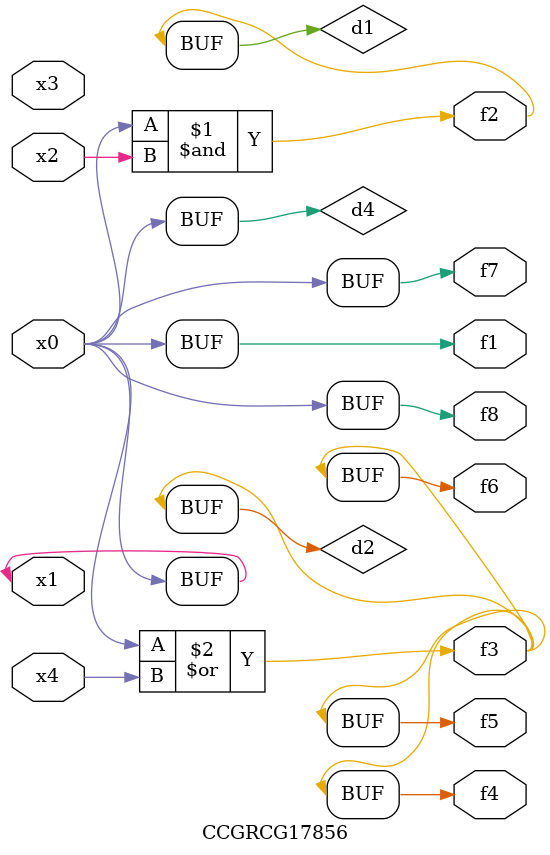
<source format=v>
module CCGRCG17856(
	input x0, x1, x2, x3, x4,
	output f1, f2, f3, f4, f5, f6, f7, f8
);

	wire d1, d2, d3, d4;

	and (d1, x0, x2);
	or (d2, x0, x4);
	nand (d3, x0, x2);
	buf (d4, x0, x1);
	assign f1 = d4;
	assign f2 = d1;
	assign f3 = d2;
	assign f4 = d2;
	assign f5 = d2;
	assign f6 = d2;
	assign f7 = d4;
	assign f8 = d4;
endmodule

</source>
